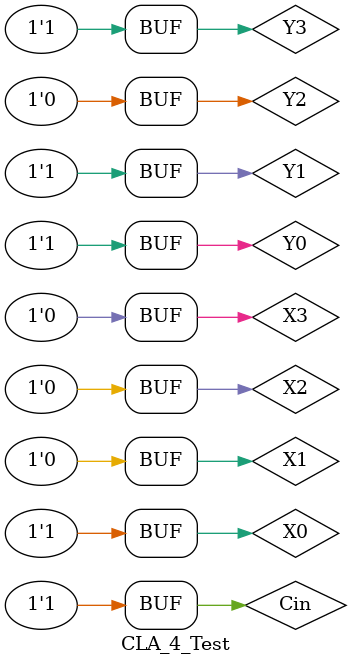
<source format=v>
`timescale 1ns / 1ps

    
//module CLA_4(X0,X1,X2,X3,Y0,Y1,Y2,Y3,Cin,S0,S1,S2,S3,Cout);
//    input Cin,X0,X1,X2,X3,Y0,Y1,Y2,Y3;
//    output S0,S1,S2,S3,Cout;
//    or or1(P0,X0,Y0);
//    or or2(P1,X1,Y1);
//    or or3(P2,X2,Y2);
//    or or4(P3,X3,Y3);
//    and and1(G0,X0,Y0);
//    and and2(G1,X1,Y1);
//    and and3(G2,X2,Y2);
//    and and4(G3,X3,Y3);

module CLA_4(X,Y,Cin,S,Cout);
    input [3:0] X,Y;
    input Cin;
    output Cout;
    output [3:0] S;
    or or1(P0,X[0],Y[0]);
    or or2(P1,X[1],Y[1]);
    or or3(P2,X[2],Y[2]);
    or or4(P3,X[3],Y[3]);
    and and1(G0,X[0],Y[0]);
    and and2(G1,X[1],Y[1]);
    and and3(G2,X[2],Y[2]);
    and and4(G3,X[3],Y[3]);

    not not0(G0_n,G0);
    not not1(G1_n,G1);
    not not2(G2_n,G2);
    not not3(G3_n,G3);
    
    //Cout0
    and and0_1(P0andCin,P0,Cin);
    not not0_1(P0andCin_n,P0andCin);
    and and0_2(Cout0before,G0_n,P0andCin_n);
    not not0_2(Cout0,Cout0before);
    //S0
    and and0_3(P0_and_G0_n,P0,G0_n);
    xor xor0(S[0],P0_and_G0_n,Cin);
    
    //Cout1
    and and1_1(P1andG0,P1,G0);
    not not1_1(P1andG0_n,P1andG0);
    and and1_2(P1andP0andCin,P1,P0,Cin);
    not not1_2(P1andP0andCin_n,P1andP0andCin);
    and and1_3(Cout1before,G1_n,P1andG0_n,P1andP0andCin_n);
    not not1_3(Cout1,Cout1before);
    
    //S1
    and and1_4(P1_and_G1_n,P1,G1_n);
    xor xor1(S[1],P1_and_G1_n,Cout0);
    
    //Cout2
    and and2_1(P2andG1,P2,G1);
    not not2_1(P2andG1_n,P2andG1);
    and and2_2(P2andP1andG0,P2,P1,G0);
    not not2_2(P2andP1andG0_n,P2andP1andG0);
    and and2_3(P2andP1andP0andCin,P2,P1,P0,Cin);
    not not2_3(P2andP1andP0andCin_n,P2andP1andP0andCin);
    and and2_4(Cout2before,G2_n,P2andG1_n,P2andP1andG0_n,P2andP1andP0andCin_n);
    not not2_4(Cout2,Cout2before);
    
    //S2
    and and2_5(P2_and_G2_n,P2,G2_n);
    xor xor2(S[2],P2_and_G2_n,Cout1);
    
    //Cout3
    and and3_1(P3andG2,P3,G2);
    not not3_1(P3andG2_n,P3andG2);
    and and3_2(P3andP2andG1,P3,P2,G1);
    not not3_2(P3andP2andG1_n,P3andP2andG1);
    and and3_3(P3andP2andP1andG0,P3,P2,P1,G0);
    not not3_3(P3andP2andP1andG0_n,P3andP2andP1andG0);
    and and3_4(P3andP2andP1andP0andCin,P3,P2,P1,P0,Cin);
    not not3_4(P3andP2andP1andP0andCin_n,P3andP2andP1andP0andCin);
    and and3_5(Cout3before,G3_n,P3andG2_n,P3andP2andG1_n,P3andP2andP1andG0_n,P3andP2andP1andP0andCin_n);
    not not3_5(Cout3,Cout3before);
    
    //S3
    and and3_6(P3_and_G3_n,P3,G3_n);
    xor xor3(S[3],P3_and_G3_n,Cout2);
    
    assign Cout = Cout3;
endmodule


module CLA_4_Test;
reg Cin,X0,X1,X2,X3,Y0,Y1,Y2,Y3;
wire S0,S1,S2,S3,Cout;
CLA_4 uut (.X0(X0),.X1(X1),.X2(X2),.X3(X3),.Y0(Y0),.Y1(Y1),.Y2(Y2),.Y3(Y3),.Cin(Cin),.S0(S0),.S1(S1),.S2(S2),.S3(S3),.Cout(Cout));
    initial begin
        X0=1;
        X1=0;
        X2=1;
        X3=1;
        Y0=1;
        Y1=1;
        Y2=0;
        Y3=1;
        Cin=1;
        
        #50;
        
        X0=1;
        X1=0;
        X2=0;
        X3=0;
        Y0=1;
        Y1=1;
        Y2=0;
        Y3=1;
        Cin=1;
        
    end
endmodule
</source>
